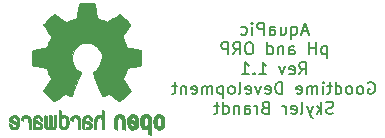
<source format=gbo>
G04 #@! TF.GenerationSoftware,KiCad,Pcbnew,5.0.0-fee4fd1~66~ubuntu18.04.1*
G04 #@! TF.CreationDate,2018-09-30T17:11:51-04:00*
G04 #@! TF.ProjectId,pH-ORP-Card,70482D4F52502D436172642E6B696361,rev?*
G04 #@! TF.SameCoordinates,Original*
G04 #@! TF.FileFunction,Legend,Bot*
G04 #@! TF.FilePolarity,Positive*
%FSLAX46Y46*%
G04 Gerber Fmt 4.6, Leading zero omitted, Abs format (unit mm)*
G04 Created by KiCad (PCBNEW 5.0.0-fee4fd1~66~ubuntu18.04.1) date Sun Sep 30 17:11:51 2018*
%MOMM*%
%LPD*%
G01*
G04 APERTURE LIST*
%ADD10C,0.152400*%
%ADD11C,0.010000*%
G04 APERTURE END LIST*
D10*
X72656095Y28583466D02*
X72172285Y28583466D01*
X72752857Y28293180D02*
X72414190Y29309180D01*
X72075523Y28293180D01*
X71301428Y28970514D02*
X71301428Y27954514D01*
X71301428Y28341561D02*
X71398190Y28293180D01*
X71591714Y28293180D01*
X71688476Y28341561D01*
X71736857Y28389942D01*
X71785238Y28486704D01*
X71785238Y28776990D01*
X71736857Y28873752D01*
X71688476Y28922133D01*
X71591714Y28970514D01*
X71398190Y28970514D01*
X71301428Y28922133D01*
X70382190Y28970514D02*
X70382190Y28293180D01*
X70817619Y28970514D02*
X70817619Y28438323D01*
X70769238Y28341561D01*
X70672476Y28293180D01*
X70527333Y28293180D01*
X70430571Y28341561D01*
X70382190Y28389942D01*
X69462952Y28293180D02*
X69462952Y28825371D01*
X69511333Y28922133D01*
X69608095Y28970514D01*
X69801619Y28970514D01*
X69898380Y28922133D01*
X69462952Y28341561D02*
X69559714Y28293180D01*
X69801619Y28293180D01*
X69898380Y28341561D01*
X69946761Y28438323D01*
X69946761Y28535085D01*
X69898380Y28631847D01*
X69801619Y28680228D01*
X69559714Y28680228D01*
X69462952Y28728609D01*
X68979142Y28293180D02*
X68979142Y29309180D01*
X68592095Y29309180D01*
X68495333Y29260800D01*
X68446952Y29212419D01*
X68398571Y29115657D01*
X68398571Y28970514D01*
X68446952Y28873752D01*
X68495333Y28825371D01*
X68592095Y28776990D01*
X68979142Y28776990D01*
X67963142Y28293180D02*
X67963142Y28970514D01*
X67963142Y29309180D02*
X68011523Y29260800D01*
X67963142Y29212419D01*
X67914761Y29260800D01*
X67963142Y29309180D01*
X67963142Y29212419D01*
X67043904Y28341561D02*
X67140666Y28293180D01*
X67334190Y28293180D01*
X67430952Y28341561D01*
X67479333Y28389942D01*
X67527714Y28486704D01*
X67527714Y28776990D01*
X67479333Y28873752D01*
X67430952Y28922133D01*
X67334190Y28970514D01*
X67140666Y28970514D01*
X67043904Y28922133D01*
X74301047Y27294114D02*
X74301047Y26278114D01*
X74301047Y27245733D02*
X74204285Y27294114D01*
X74010761Y27294114D01*
X73914000Y27245733D01*
X73865619Y27197352D01*
X73817238Y27100590D01*
X73817238Y26810304D01*
X73865619Y26713542D01*
X73914000Y26665161D01*
X74010761Y26616780D01*
X74204285Y26616780D01*
X74301047Y26665161D01*
X73381809Y26616780D02*
X73381809Y27632780D01*
X73381809Y27148971D02*
X72801238Y27148971D01*
X72801238Y26616780D02*
X72801238Y27632780D01*
X71107904Y26616780D02*
X71107904Y27148971D01*
X71156285Y27245733D01*
X71253047Y27294114D01*
X71446571Y27294114D01*
X71543333Y27245733D01*
X71107904Y26665161D02*
X71204666Y26616780D01*
X71446571Y26616780D01*
X71543333Y26665161D01*
X71591714Y26761923D01*
X71591714Y26858685D01*
X71543333Y26955447D01*
X71446571Y27003828D01*
X71204666Y27003828D01*
X71107904Y27052209D01*
X70624095Y27294114D02*
X70624095Y26616780D01*
X70624095Y27197352D02*
X70575714Y27245733D01*
X70478952Y27294114D01*
X70333809Y27294114D01*
X70237047Y27245733D01*
X70188666Y27148971D01*
X70188666Y26616780D01*
X69269428Y26616780D02*
X69269428Y27632780D01*
X69269428Y26665161D02*
X69366190Y26616780D01*
X69559714Y26616780D01*
X69656476Y26665161D01*
X69704857Y26713542D01*
X69753238Y26810304D01*
X69753238Y27100590D01*
X69704857Y27197352D01*
X69656476Y27245733D01*
X69559714Y27294114D01*
X69366190Y27294114D01*
X69269428Y27245733D01*
X67818000Y27632780D02*
X67624476Y27632780D01*
X67527714Y27584400D01*
X67430952Y27487638D01*
X67382571Y27294114D01*
X67382571Y26955447D01*
X67430952Y26761923D01*
X67527714Y26665161D01*
X67624476Y26616780D01*
X67818000Y26616780D01*
X67914761Y26665161D01*
X68011523Y26761923D01*
X68059904Y26955447D01*
X68059904Y27294114D01*
X68011523Y27487638D01*
X67914761Y27584400D01*
X67818000Y27632780D01*
X66366571Y26616780D02*
X66705238Y27100590D01*
X66947142Y26616780D02*
X66947142Y27632780D01*
X66560095Y27632780D01*
X66463333Y27584400D01*
X66414952Y27536019D01*
X66366571Y27439257D01*
X66366571Y27294114D01*
X66414952Y27197352D01*
X66463333Y27148971D01*
X66560095Y27100590D01*
X66947142Y27100590D01*
X65931142Y26616780D02*
X65931142Y27632780D01*
X65544095Y27632780D01*
X65447333Y27584400D01*
X65398952Y27536019D01*
X65350571Y27439257D01*
X65350571Y27294114D01*
X65398952Y27197352D01*
X65447333Y27148971D01*
X65544095Y27100590D01*
X65931142Y27100590D01*
X71954571Y24940380D02*
X72293238Y25424190D01*
X72535142Y24940380D02*
X72535142Y25956380D01*
X72148095Y25956380D01*
X72051333Y25908000D01*
X72002952Y25859619D01*
X71954571Y25762857D01*
X71954571Y25617714D01*
X72002952Y25520952D01*
X72051333Y25472571D01*
X72148095Y25424190D01*
X72535142Y25424190D01*
X71132095Y24988761D02*
X71228857Y24940380D01*
X71422380Y24940380D01*
X71519142Y24988761D01*
X71567523Y25085523D01*
X71567523Y25472571D01*
X71519142Y25569333D01*
X71422380Y25617714D01*
X71228857Y25617714D01*
X71132095Y25569333D01*
X71083714Y25472571D01*
X71083714Y25375809D01*
X71567523Y25279047D01*
X70745047Y25617714D02*
X70503142Y24940380D01*
X70261238Y25617714D01*
X68567904Y24940380D02*
X69148476Y24940380D01*
X68858190Y24940380D02*
X68858190Y25956380D01*
X68954952Y25811238D01*
X69051714Y25714476D01*
X69148476Y25666095D01*
X68132476Y25037142D02*
X68084095Y24988761D01*
X68132476Y24940380D01*
X68180857Y24988761D01*
X68132476Y25037142D01*
X68132476Y24940380D01*
X67116476Y24940380D02*
X67697047Y24940380D01*
X67406761Y24940380D02*
X67406761Y25956380D01*
X67503523Y25811238D01*
X67600285Y25714476D01*
X67697047Y25666095D01*
X77808666Y24231600D02*
X77905428Y24279980D01*
X78050571Y24279980D01*
X78195714Y24231600D01*
X78292476Y24134838D01*
X78340857Y24038076D01*
X78389238Y23844552D01*
X78389238Y23699409D01*
X78340857Y23505885D01*
X78292476Y23409123D01*
X78195714Y23312361D01*
X78050571Y23263980D01*
X77953809Y23263980D01*
X77808666Y23312361D01*
X77760285Y23360742D01*
X77760285Y23699409D01*
X77953809Y23699409D01*
X77179714Y23263980D02*
X77276476Y23312361D01*
X77324857Y23360742D01*
X77373238Y23457504D01*
X77373238Y23747790D01*
X77324857Y23844552D01*
X77276476Y23892933D01*
X77179714Y23941314D01*
X77034571Y23941314D01*
X76937809Y23892933D01*
X76889428Y23844552D01*
X76841047Y23747790D01*
X76841047Y23457504D01*
X76889428Y23360742D01*
X76937809Y23312361D01*
X77034571Y23263980D01*
X77179714Y23263980D01*
X76260476Y23263980D02*
X76357238Y23312361D01*
X76405619Y23360742D01*
X76454000Y23457504D01*
X76454000Y23747790D01*
X76405619Y23844552D01*
X76357238Y23892933D01*
X76260476Y23941314D01*
X76115333Y23941314D01*
X76018571Y23892933D01*
X75970190Y23844552D01*
X75921809Y23747790D01*
X75921809Y23457504D01*
X75970190Y23360742D01*
X76018571Y23312361D01*
X76115333Y23263980D01*
X76260476Y23263980D01*
X75050952Y23263980D02*
X75050952Y24279980D01*
X75050952Y23312361D02*
X75147714Y23263980D01*
X75341238Y23263980D01*
X75438000Y23312361D01*
X75486380Y23360742D01*
X75534761Y23457504D01*
X75534761Y23747790D01*
X75486380Y23844552D01*
X75438000Y23892933D01*
X75341238Y23941314D01*
X75147714Y23941314D01*
X75050952Y23892933D01*
X74712285Y23941314D02*
X74325238Y23941314D01*
X74567142Y24279980D02*
X74567142Y23409123D01*
X74518761Y23312361D01*
X74422000Y23263980D01*
X74325238Y23263980D01*
X73986571Y23263980D02*
X73986571Y23941314D01*
X73986571Y24279980D02*
X74034952Y24231600D01*
X73986571Y24183219D01*
X73938190Y24231600D01*
X73986571Y24279980D01*
X73986571Y24183219D01*
X73502761Y23263980D02*
X73502761Y23941314D01*
X73502761Y23844552D02*
X73454380Y23892933D01*
X73357619Y23941314D01*
X73212476Y23941314D01*
X73115714Y23892933D01*
X73067333Y23796171D01*
X73067333Y23263980D01*
X73067333Y23796171D02*
X73018952Y23892933D01*
X72922190Y23941314D01*
X72777047Y23941314D01*
X72680285Y23892933D01*
X72631904Y23796171D01*
X72631904Y23263980D01*
X71761047Y23312361D02*
X71857809Y23263980D01*
X72051333Y23263980D01*
X72148095Y23312361D01*
X72196476Y23409123D01*
X72196476Y23796171D01*
X72148095Y23892933D01*
X72051333Y23941314D01*
X71857809Y23941314D01*
X71761047Y23892933D01*
X71712666Y23796171D01*
X71712666Y23699409D01*
X72196476Y23602647D01*
X70503142Y23263980D02*
X70503142Y24279980D01*
X70261238Y24279980D01*
X70116095Y24231600D01*
X70019333Y24134838D01*
X69970952Y24038076D01*
X69922571Y23844552D01*
X69922571Y23699409D01*
X69970952Y23505885D01*
X70019333Y23409123D01*
X70116095Y23312361D01*
X70261238Y23263980D01*
X70503142Y23263980D01*
X69100095Y23312361D02*
X69196857Y23263980D01*
X69390380Y23263980D01*
X69487142Y23312361D01*
X69535523Y23409123D01*
X69535523Y23796171D01*
X69487142Y23892933D01*
X69390380Y23941314D01*
X69196857Y23941314D01*
X69100095Y23892933D01*
X69051714Y23796171D01*
X69051714Y23699409D01*
X69535523Y23602647D01*
X68713047Y23941314D02*
X68471142Y23263980D01*
X68229238Y23941314D01*
X67455142Y23312361D02*
X67551904Y23263980D01*
X67745428Y23263980D01*
X67842190Y23312361D01*
X67890571Y23409123D01*
X67890571Y23796171D01*
X67842190Y23892933D01*
X67745428Y23941314D01*
X67551904Y23941314D01*
X67455142Y23892933D01*
X67406761Y23796171D01*
X67406761Y23699409D01*
X67890571Y23602647D01*
X66826190Y23263980D02*
X66922952Y23312361D01*
X66971333Y23409123D01*
X66971333Y24279980D01*
X66294000Y23263980D02*
X66390761Y23312361D01*
X66439142Y23360742D01*
X66487523Y23457504D01*
X66487523Y23747790D01*
X66439142Y23844552D01*
X66390761Y23892933D01*
X66294000Y23941314D01*
X66148857Y23941314D01*
X66052095Y23892933D01*
X66003714Y23844552D01*
X65955333Y23747790D01*
X65955333Y23457504D01*
X66003714Y23360742D01*
X66052095Y23312361D01*
X66148857Y23263980D01*
X66294000Y23263980D01*
X65519904Y23941314D02*
X65519904Y22925314D01*
X65519904Y23892933D02*
X65423142Y23941314D01*
X65229619Y23941314D01*
X65132857Y23892933D01*
X65084476Y23844552D01*
X65036095Y23747790D01*
X65036095Y23457504D01*
X65084476Y23360742D01*
X65132857Y23312361D01*
X65229619Y23263980D01*
X65423142Y23263980D01*
X65519904Y23312361D01*
X64600666Y23263980D02*
X64600666Y23941314D01*
X64600666Y23844552D02*
X64552285Y23892933D01*
X64455523Y23941314D01*
X64310380Y23941314D01*
X64213619Y23892933D01*
X64165238Y23796171D01*
X64165238Y23263980D01*
X64165238Y23796171D02*
X64116857Y23892933D01*
X64020095Y23941314D01*
X63874952Y23941314D01*
X63778190Y23892933D01*
X63729809Y23796171D01*
X63729809Y23263980D01*
X62858952Y23312361D02*
X62955714Y23263980D01*
X63149238Y23263980D01*
X63246000Y23312361D01*
X63294380Y23409123D01*
X63294380Y23796171D01*
X63246000Y23892933D01*
X63149238Y23941314D01*
X62955714Y23941314D01*
X62858952Y23892933D01*
X62810571Y23796171D01*
X62810571Y23699409D01*
X63294380Y23602647D01*
X62375142Y23941314D02*
X62375142Y23263980D01*
X62375142Y23844552D02*
X62326761Y23892933D01*
X62230000Y23941314D01*
X62084857Y23941314D01*
X61988095Y23892933D01*
X61939714Y23796171D01*
X61939714Y23263980D01*
X61601047Y23941314D02*
X61214000Y23941314D01*
X61455904Y24279980D02*
X61455904Y23409123D01*
X61407523Y23312361D01*
X61310761Y23263980D01*
X61214000Y23263980D01*
X74833238Y21635961D02*
X74688095Y21587580D01*
X74446190Y21587580D01*
X74349428Y21635961D01*
X74301047Y21684342D01*
X74252666Y21781104D01*
X74252666Y21877866D01*
X74301047Y21974628D01*
X74349428Y22023009D01*
X74446190Y22071390D01*
X74639714Y22119771D01*
X74736476Y22168152D01*
X74784857Y22216533D01*
X74833238Y22313295D01*
X74833238Y22410057D01*
X74784857Y22506819D01*
X74736476Y22555200D01*
X74639714Y22603580D01*
X74397809Y22603580D01*
X74252666Y22555200D01*
X73817238Y21587580D02*
X73817238Y22603580D01*
X73720476Y21974628D02*
X73430190Y21587580D01*
X73430190Y22264914D02*
X73817238Y21877866D01*
X73091523Y22264914D02*
X72849619Y21587580D01*
X72607714Y22264914D02*
X72849619Y21587580D01*
X72946380Y21345676D01*
X72994761Y21297295D01*
X73091523Y21248914D01*
X72075523Y21587580D02*
X72172285Y21635961D01*
X72220666Y21732723D01*
X72220666Y22603580D01*
X71301428Y21635961D02*
X71398190Y21587580D01*
X71591714Y21587580D01*
X71688476Y21635961D01*
X71736857Y21732723D01*
X71736857Y22119771D01*
X71688476Y22216533D01*
X71591714Y22264914D01*
X71398190Y22264914D01*
X71301428Y22216533D01*
X71253047Y22119771D01*
X71253047Y22023009D01*
X71736857Y21926247D01*
X70817619Y21587580D02*
X70817619Y22264914D01*
X70817619Y22071390D02*
X70769238Y22168152D01*
X70720857Y22216533D01*
X70624095Y22264914D01*
X70527333Y22264914D01*
X69075904Y22119771D02*
X68930761Y22071390D01*
X68882380Y22023009D01*
X68834000Y21926247D01*
X68834000Y21781104D01*
X68882380Y21684342D01*
X68930761Y21635961D01*
X69027523Y21587580D01*
X69414571Y21587580D01*
X69414571Y22603580D01*
X69075904Y22603580D01*
X68979142Y22555200D01*
X68930761Y22506819D01*
X68882380Y22410057D01*
X68882380Y22313295D01*
X68930761Y22216533D01*
X68979142Y22168152D01*
X69075904Y22119771D01*
X69414571Y22119771D01*
X68398571Y21587580D02*
X68398571Y22264914D01*
X68398571Y22071390D02*
X68350190Y22168152D01*
X68301809Y22216533D01*
X68205047Y22264914D01*
X68108285Y22264914D01*
X67334190Y21587580D02*
X67334190Y22119771D01*
X67382571Y22216533D01*
X67479333Y22264914D01*
X67672857Y22264914D01*
X67769619Y22216533D01*
X67334190Y21635961D02*
X67430952Y21587580D01*
X67672857Y21587580D01*
X67769619Y21635961D01*
X67818000Y21732723D01*
X67818000Y21829485D01*
X67769619Y21926247D01*
X67672857Y21974628D01*
X67430952Y21974628D01*
X67334190Y22023009D01*
X66850380Y22264914D02*
X66850380Y21587580D01*
X66850380Y22168152D02*
X66802000Y22216533D01*
X66705238Y22264914D01*
X66560095Y22264914D01*
X66463333Y22216533D01*
X66414952Y22119771D01*
X66414952Y21587580D01*
X65495714Y21587580D02*
X65495714Y22603580D01*
X65495714Y21635961D02*
X65592476Y21587580D01*
X65786000Y21587580D01*
X65882761Y21635961D01*
X65931142Y21684342D01*
X65979523Y21781104D01*
X65979523Y22071390D01*
X65931142Y22168152D01*
X65882761Y22216533D01*
X65786000Y22264914D01*
X65592476Y22264914D01*
X65495714Y22216533D01*
X65157047Y22264914D02*
X64770000Y22264914D01*
X65011904Y22603580D02*
X65011904Y21732723D01*
X64963523Y21635961D01*
X64866761Y21587580D01*
X64770000Y21587580D01*
D11*
G04 #@! TO.C,REF\002A\002A\002A*
G36*
X58803100Y21538097D02*
X58691550Y21482478D01*
X58593092Y21380069D01*
X58565977Y21342136D01*
X58536438Y21292500D01*
X58517272Y21238588D01*
X58506307Y21166636D01*
X58501371Y21062878D01*
X58500287Y20925899D01*
X58505182Y20738185D01*
X58522196Y20597242D01*
X58554823Y20492092D01*
X58606558Y20411757D01*
X58680896Y20345259D01*
X58686358Y20341322D01*
X58759620Y20301047D01*
X58847840Y20281120D01*
X58960038Y20276207D01*
X59142433Y20276207D01*
X59142509Y20099143D01*
X59144207Y20000530D01*
X59154550Y19942686D01*
X59181578Y19907994D01*
X59233332Y19878836D01*
X59245761Y19872879D01*
X59303923Y19844961D01*
X59348956Y19827328D01*
X59382441Y19825806D01*
X59405962Y19846219D01*
X59421100Y19894393D01*
X59429437Y19976154D01*
X59432556Y20097328D01*
X59432040Y20263740D01*
X59429471Y20481215D01*
X59428668Y20546264D01*
X59425778Y20770498D01*
X59423188Y20917179D01*
X59142586Y20917179D01*
X59141009Y20792674D01*
X59134000Y20711213D01*
X59118142Y20657485D01*
X59090019Y20616177D01*
X59070925Y20596029D01*
X58992865Y20537079D01*
X58923753Y20532280D01*
X58852440Y20580962D01*
X58850632Y20582759D01*
X58821617Y20620382D01*
X58803967Y20671516D01*
X58795064Y20750262D01*
X58792291Y20870724D01*
X58792241Y20897412D01*
X58798942Y21063417D01*
X58820752Y21178495D01*
X58860235Y21248746D01*
X58919956Y21280271D01*
X58954472Y21283448D01*
X59036389Y21268540D01*
X59092579Y21219452D01*
X59126402Y21129638D01*
X59141220Y20992555D01*
X59142586Y20917179D01*
X59423188Y20917179D01*
X59422713Y20944048D01*
X59418753Y21074618D01*
X59413174Y21169913D01*
X59405254Y21237636D01*
X59394269Y21285493D01*
X59379499Y21321187D01*
X59360218Y21352422D01*
X59351951Y21364176D01*
X59242288Y21475203D01*
X59103635Y21538153D01*
X58943246Y21555703D01*
X58803100Y21538097D01*
X58803100Y21538097D01*
G37*
X58803100Y21538097D02*
X58691550Y21482478D01*
X58593092Y21380069D01*
X58565977Y21342136D01*
X58536438Y21292500D01*
X58517272Y21238588D01*
X58506307Y21166636D01*
X58501371Y21062878D01*
X58500287Y20925899D01*
X58505182Y20738185D01*
X58522196Y20597242D01*
X58554823Y20492092D01*
X58606558Y20411757D01*
X58680896Y20345259D01*
X58686358Y20341322D01*
X58759620Y20301047D01*
X58847840Y20281120D01*
X58960038Y20276207D01*
X59142433Y20276207D01*
X59142509Y20099143D01*
X59144207Y20000530D01*
X59154550Y19942686D01*
X59181578Y19907994D01*
X59233332Y19878836D01*
X59245761Y19872879D01*
X59303923Y19844961D01*
X59348956Y19827328D01*
X59382441Y19825806D01*
X59405962Y19846219D01*
X59421100Y19894393D01*
X59429437Y19976154D01*
X59432556Y20097328D01*
X59432040Y20263740D01*
X59429471Y20481215D01*
X59428668Y20546264D01*
X59425778Y20770498D01*
X59423188Y20917179D01*
X59142586Y20917179D01*
X59141009Y20792674D01*
X59134000Y20711213D01*
X59118142Y20657485D01*
X59090019Y20616177D01*
X59070925Y20596029D01*
X58992865Y20537079D01*
X58923753Y20532280D01*
X58852440Y20580962D01*
X58850632Y20582759D01*
X58821617Y20620382D01*
X58803967Y20671516D01*
X58795064Y20750262D01*
X58792291Y20870724D01*
X58792241Y20897412D01*
X58798942Y21063417D01*
X58820752Y21178495D01*
X58860235Y21248746D01*
X58919956Y21280271D01*
X58954472Y21283448D01*
X59036389Y21268540D01*
X59092579Y21219452D01*
X59126402Y21129638D01*
X59141220Y20992555D01*
X59142586Y20917179D01*
X59423188Y20917179D01*
X59422713Y20944048D01*
X59418753Y21074618D01*
X59413174Y21169913D01*
X59405254Y21237636D01*
X59394269Y21285493D01*
X59379499Y21321187D01*
X59360218Y21352422D01*
X59351951Y21364176D01*
X59242288Y21475203D01*
X59103635Y21538153D01*
X58943246Y21555703D01*
X58803100Y21538097D01*
G36*
X56557571Y21522281D02*
X56463877Y21468086D01*
X56398736Y21414293D01*
X56351093Y21357934D01*
X56318272Y21289013D01*
X56297594Y21197532D01*
X56286380Y21073494D01*
X56281951Y20906902D01*
X56281437Y20787149D01*
X56281437Y20346341D01*
X56405517Y20290717D01*
X56529598Y20235093D01*
X56544195Y20717905D01*
X56550227Y20898221D01*
X56556555Y21029099D01*
X56564394Y21119489D01*
X56574963Y21178336D01*
X56589477Y21214587D01*
X56609152Y21237190D01*
X56615465Y21242083D01*
X56711112Y21280294D01*
X56807793Y21265173D01*
X56865345Y21225057D01*
X56888755Y21196630D01*
X56904961Y21159328D01*
X56915259Y21102777D01*
X56920951Y21016606D01*
X56923336Y20890442D01*
X56923736Y20758958D01*
X56923814Y20594001D01*
X56926639Y20477239D01*
X56936093Y20398490D01*
X56956060Y20347569D01*
X56990424Y20314294D01*
X57043068Y20288480D01*
X57113383Y20261656D01*
X57190180Y20232458D01*
X57181038Y20750654D01*
X57177357Y20937461D01*
X57173050Y21075510D01*
X57166877Y21174432D01*
X57157598Y21243855D01*
X57143973Y21293410D01*
X57124761Y21332727D01*
X57101598Y21367416D01*
X56989848Y21478230D01*
X56853487Y21542311D01*
X56705175Y21557661D01*
X56557571Y21522281D01*
X56557571Y21522281D01*
G37*
X56557571Y21522281D02*
X56463877Y21468086D01*
X56398736Y21414293D01*
X56351093Y21357934D01*
X56318272Y21289013D01*
X56297594Y21197532D01*
X56286380Y21073494D01*
X56281951Y20906902D01*
X56281437Y20787149D01*
X56281437Y20346341D01*
X56405517Y20290717D01*
X56529598Y20235093D01*
X56544195Y20717905D01*
X56550227Y20898221D01*
X56556555Y21029099D01*
X56564394Y21119489D01*
X56574963Y21178336D01*
X56589477Y21214587D01*
X56609152Y21237190D01*
X56615465Y21242083D01*
X56711112Y21280294D01*
X56807793Y21265173D01*
X56865345Y21225057D01*
X56888755Y21196630D01*
X56904961Y21159328D01*
X56915259Y21102777D01*
X56920951Y21016606D01*
X56923336Y20890442D01*
X56923736Y20758958D01*
X56923814Y20594001D01*
X56926639Y20477239D01*
X56936093Y20398490D01*
X56956060Y20347569D01*
X56990424Y20314294D01*
X57043068Y20288480D01*
X57113383Y20261656D01*
X57190180Y20232458D01*
X57181038Y20750654D01*
X57177357Y20937461D01*
X57173050Y21075510D01*
X57166877Y21174432D01*
X57157598Y21243855D01*
X57143973Y21293410D01*
X57124761Y21332727D01*
X57101598Y21367416D01*
X56989848Y21478230D01*
X56853487Y21542311D01*
X56705175Y21557661D01*
X56557571Y21522281D01*
G36*
X59926779Y21533985D02*
X59789939Y21462032D01*
X59688949Y21346234D01*
X59653075Y21271787D01*
X59625161Y21160008D01*
X59610871Y21018773D01*
X59609516Y20864629D01*
X59620405Y20714121D01*
X59642847Y20583795D01*
X59676150Y20490197D01*
X59686385Y20474078D01*
X59807618Y20353751D01*
X59951613Y20281683D01*
X60107861Y20260592D01*
X60265852Y20293198D01*
X60309820Y20312747D01*
X60395444Y20372988D01*
X60470592Y20452865D01*
X60477694Y20462996D01*
X60506561Y20511819D01*
X60525643Y20564010D01*
X60536916Y20632715D01*
X60542355Y20731082D01*
X60543938Y20872256D01*
X60543965Y20903908D01*
X60543893Y20913981D01*
X60252011Y20913981D01*
X60250313Y20780744D01*
X60243628Y20692326D01*
X60229575Y20635215D01*
X60205771Y20595898D01*
X60193621Y20582759D01*
X60123764Y20532828D01*
X60055941Y20535105D01*
X59987365Y20578416D01*
X59946465Y20624654D01*
X59922242Y20692143D01*
X59908639Y20798567D01*
X59907706Y20810980D01*
X59905384Y21003853D01*
X59929650Y21147100D01*
X59980176Y21239840D01*
X60056632Y21281193D01*
X60083924Y21283448D01*
X60155589Y21272107D01*
X60204610Y21232816D01*
X60234582Y21157674D01*
X60249101Y21038778D01*
X60252011Y20913981D01*
X60543893Y20913981D01*
X60542878Y21054341D01*
X60538312Y21159451D01*
X60528312Y21232286D01*
X60510921Y21285892D01*
X60484184Y21333319D01*
X60478276Y21342136D01*
X60378968Y21460993D01*
X60270758Y21529992D01*
X60139019Y21557381D01*
X60094283Y21558719D01*
X59926779Y21533985D01*
X59926779Y21533985D01*
G37*
X59926779Y21533985D02*
X59789939Y21462032D01*
X59688949Y21346234D01*
X59653075Y21271787D01*
X59625161Y21160008D01*
X59610871Y21018773D01*
X59609516Y20864629D01*
X59620405Y20714121D01*
X59642847Y20583795D01*
X59676150Y20490197D01*
X59686385Y20474078D01*
X59807618Y20353751D01*
X59951613Y20281683D01*
X60107861Y20260592D01*
X60265852Y20293198D01*
X60309820Y20312747D01*
X60395444Y20372988D01*
X60470592Y20452865D01*
X60477694Y20462996D01*
X60506561Y20511819D01*
X60525643Y20564010D01*
X60536916Y20632715D01*
X60542355Y20731082D01*
X60543938Y20872256D01*
X60543965Y20903908D01*
X60543893Y20913981D01*
X60252011Y20913981D01*
X60250313Y20780744D01*
X60243628Y20692326D01*
X60229575Y20635215D01*
X60205771Y20595898D01*
X60193621Y20582759D01*
X60123764Y20532828D01*
X60055941Y20535105D01*
X59987365Y20578416D01*
X59946465Y20624654D01*
X59922242Y20692143D01*
X59908639Y20798567D01*
X59907706Y20810980D01*
X59905384Y21003853D01*
X59929650Y21147100D01*
X59980176Y21239840D01*
X60056632Y21281193D01*
X60083924Y21283448D01*
X60155589Y21272107D01*
X60204610Y21232816D01*
X60234582Y21157674D01*
X60249101Y21038778D01*
X60252011Y20913981D01*
X60543893Y20913981D01*
X60542878Y21054341D01*
X60538312Y21159451D01*
X60528312Y21232286D01*
X60510921Y21285892D01*
X60484184Y21333319D01*
X60478276Y21342136D01*
X60378968Y21460993D01*
X60270758Y21529992D01*
X60139019Y21557381D01*
X60094283Y21558719D01*
X59926779Y21533985D01*
G36*
X57659448Y21515324D02*
X57544342Y21437889D01*
X57455389Y21326051D01*
X57402251Y21183735D01*
X57391503Y21078985D01*
X57392724Y21035274D01*
X57402944Y21001806D01*
X57431039Y20971821D01*
X57485884Y20938560D01*
X57576355Y20895262D01*
X57711328Y20835167D01*
X57712011Y20834866D01*
X57836249Y20777963D01*
X57938127Y20727435D01*
X58007233Y20688720D01*
X58033154Y20667260D01*
X58033161Y20667087D01*
X58010315Y20620356D01*
X57956891Y20568846D01*
X57895558Y20531739D01*
X57864485Y20524368D01*
X57779711Y20549862D01*
X57706707Y20613709D01*
X57671087Y20683906D01*
X57636820Y20735657D01*
X57569697Y20794591D01*
X57490792Y20845504D01*
X57421179Y20873191D01*
X57406623Y20874713D01*
X57390237Y20849679D01*
X57389250Y20785689D01*
X57401292Y20699407D01*
X57423993Y20607499D01*
X57454986Y20526631D01*
X57456552Y20523491D01*
X57549819Y20393266D01*
X57670696Y20304689D01*
X57807973Y20261214D01*
X57950440Y20266294D01*
X58086888Y20323384D01*
X58092955Y20327398D01*
X58200290Y20424674D01*
X58270868Y20551591D01*
X58309926Y20718474D01*
X58315168Y20765361D01*
X58324452Y20986671D01*
X58313322Y21089876D01*
X58033161Y21089876D01*
X58029521Y21025497D01*
X58009611Y21006709D01*
X57959974Y21020765D01*
X57881733Y21053991D01*
X57794274Y21095641D01*
X57792101Y21096744D01*
X57717970Y21135735D01*
X57688219Y21161756D01*
X57695555Y21189035D01*
X57726447Y21224879D01*
X57805040Y21276749D01*
X57889677Y21280561D01*
X57965597Y21242811D01*
X58018035Y21169999D01*
X58033161Y21089876D01*
X58313322Y21089876D01*
X58305356Y21163739D01*
X58256366Y21304171D01*
X58188164Y21402553D01*
X58065065Y21501970D01*
X57929472Y21551289D01*
X57791045Y21554432D01*
X57659448Y21515324D01*
X57659448Y21515324D01*
G37*
X57659448Y21515324D02*
X57544342Y21437889D01*
X57455389Y21326051D01*
X57402251Y21183735D01*
X57391503Y21078985D01*
X57392724Y21035274D01*
X57402944Y21001806D01*
X57431039Y20971821D01*
X57485884Y20938560D01*
X57576355Y20895262D01*
X57711328Y20835167D01*
X57712011Y20834866D01*
X57836249Y20777963D01*
X57938127Y20727435D01*
X58007233Y20688720D01*
X58033154Y20667260D01*
X58033161Y20667087D01*
X58010315Y20620356D01*
X57956891Y20568846D01*
X57895558Y20531739D01*
X57864485Y20524368D01*
X57779711Y20549862D01*
X57706707Y20613709D01*
X57671087Y20683906D01*
X57636820Y20735657D01*
X57569697Y20794591D01*
X57490792Y20845504D01*
X57421179Y20873191D01*
X57406623Y20874713D01*
X57390237Y20849679D01*
X57389250Y20785689D01*
X57401292Y20699407D01*
X57423993Y20607499D01*
X57454986Y20526631D01*
X57456552Y20523491D01*
X57549819Y20393266D01*
X57670696Y20304689D01*
X57807973Y20261214D01*
X57950440Y20266294D01*
X58086888Y20323384D01*
X58092955Y20327398D01*
X58200290Y20424674D01*
X58270868Y20551591D01*
X58309926Y20718474D01*
X58315168Y20765361D01*
X58324452Y20986671D01*
X58313322Y21089876D01*
X58033161Y21089876D01*
X58029521Y21025497D01*
X58009611Y21006709D01*
X57959974Y21020765D01*
X57881733Y21053991D01*
X57794274Y21095641D01*
X57792101Y21096744D01*
X57717970Y21135735D01*
X57688219Y21161756D01*
X57695555Y21189035D01*
X57726447Y21224879D01*
X57805040Y21276749D01*
X57889677Y21280561D01*
X57965597Y21242811D01*
X58018035Y21169999D01*
X58033161Y21089876D01*
X58313322Y21089876D01*
X58305356Y21163739D01*
X58256366Y21304171D01*
X58188164Y21402553D01*
X58065065Y21501970D01*
X57929472Y21551289D01*
X57791045Y21554432D01*
X57659448Y21515324D01*
G36*
X55230402Y21676143D02*
X55221846Y21556812D01*
X55212019Y21486494D01*
X55198401Y21455821D01*
X55178473Y21455429D01*
X55172011Y21459090D01*
X55086060Y21485602D01*
X54974255Y21484054D01*
X54860586Y21456801D01*
X54789490Y21421545D01*
X54716595Y21365222D01*
X54663307Y21301481D01*
X54626725Y21220490D01*
X54603950Y21112414D01*
X54592081Y20967420D01*
X54588218Y20775674D01*
X54588149Y20738891D01*
X54588103Y20325712D01*
X54680046Y20293661D01*
X54745348Y20271856D01*
X54781176Y20261703D01*
X54782230Y20261609D01*
X54785758Y20289140D01*
X54788761Y20365077D01*
X54791010Y20479435D01*
X54792276Y20622231D01*
X54792471Y20709049D01*
X54792877Y20880227D01*
X54794968Y21002912D01*
X54800053Y21087000D01*
X54809440Y21142386D01*
X54824439Y21178968D01*
X54846358Y21206641D01*
X54860043Y21219968D01*
X54954051Y21273672D01*
X55056636Y21277693D01*
X55149710Y21232275D01*
X55166922Y21215877D01*
X55192168Y21185043D01*
X55209680Y21148469D01*
X55220858Y21095585D01*
X55227104Y21015823D01*
X55229818Y20898615D01*
X55230402Y20737009D01*
X55230402Y20325712D01*
X55322345Y20293661D01*
X55387647Y20271856D01*
X55423475Y20261703D01*
X55424529Y20261609D01*
X55427225Y20289552D01*
X55429655Y20368370D01*
X55431722Y20490547D01*
X55433329Y20648568D01*
X55434377Y20834917D01*
X55434769Y21042080D01*
X55434770Y21051294D01*
X55434770Y21840980D01*
X55339885Y21881003D01*
X55245000Y21921027D01*
X55230402Y21676143D01*
X55230402Y21676143D01*
G37*
X55230402Y21676143D02*
X55221846Y21556812D01*
X55212019Y21486494D01*
X55198401Y21455821D01*
X55178473Y21455429D01*
X55172011Y21459090D01*
X55086060Y21485602D01*
X54974255Y21484054D01*
X54860586Y21456801D01*
X54789490Y21421545D01*
X54716595Y21365222D01*
X54663307Y21301481D01*
X54626725Y21220490D01*
X54603950Y21112414D01*
X54592081Y20967420D01*
X54588218Y20775674D01*
X54588149Y20738891D01*
X54588103Y20325712D01*
X54680046Y20293661D01*
X54745348Y20271856D01*
X54781176Y20261703D01*
X54782230Y20261609D01*
X54785758Y20289140D01*
X54788761Y20365077D01*
X54791010Y20479435D01*
X54792276Y20622231D01*
X54792471Y20709049D01*
X54792877Y20880227D01*
X54794968Y21002912D01*
X54800053Y21087000D01*
X54809440Y21142386D01*
X54824439Y21178968D01*
X54846358Y21206641D01*
X54860043Y21219968D01*
X54954051Y21273672D01*
X55056636Y21277693D01*
X55149710Y21232275D01*
X55166922Y21215877D01*
X55192168Y21185043D01*
X55209680Y21148469D01*
X55220858Y21095585D01*
X55227104Y21015823D01*
X55229818Y20898615D01*
X55230402Y20737009D01*
X55230402Y20325712D01*
X55322345Y20293661D01*
X55387647Y20271856D01*
X55423475Y20261703D01*
X55424529Y20261609D01*
X55427225Y20289552D01*
X55429655Y20368370D01*
X55431722Y20490547D01*
X55433329Y20648568D01*
X55434377Y20834917D01*
X55434769Y21042080D01*
X55434770Y21051294D01*
X55434770Y21840980D01*
X55339885Y21881003D01*
X55245000Y21921027D01*
X55230402Y21676143D01*
G36*
X53895056Y21475640D02*
X53780657Y21433158D01*
X53779348Y21432342D01*
X53708597Y21380270D01*
X53656364Y21319416D01*
X53619629Y21240113D01*
X53595366Y21132691D01*
X53580555Y20987483D01*
X53572171Y20794821D01*
X53571436Y20767372D01*
X53560880Y20353479D01*
X53649709Y20307544D01*
X53713982Y20276502D01*
X53752790Y20261794D01*
X53754585Y20261609D01*
X53761300Y20288750D01*
X53766635Y20361959D01*
X53769917Y20468919D01*
X53770632Y20555531D01*
X53770649Y20695838D01*
X53777063Y20783949D01*
X53799420Y20825975D01*
X53847268Y20828025D01*
X53930151Y20796210D01*
X54055287Y20737728D01*
X54147303Y20689155D01*
X54194629Y20647014D01*
X54208542Y20601084D01*
X54208563Y20598811D01*
X54185605Y20519689D01*
X54117630Y20476945D01*
X54013602Y20470754D01*
X53938670Y20471828D01*
X53899161Y20450247D01*
X53874522Y20398409D01*
X53860341Y20332368D01*
X53880777Y20294896D01*
X53888472Y20289533D01*
X53960917Y20267994D01*
X54062367Y20264945D01*
X54166843Y20279222D01*
X54240875Y20305312D01*
X54343228Y20392215D01*
X54401409Y20513184D01*
X54412931Y20607692D01*
X54404138Y20692938D01*
X54372320Y20762524D01*
X54309316Y20824328D01*
X54206969Y20886228D01*
X54057118Y20956103D01*
X54047988Y20960052D01*
X53913003Y21022412D01*
X53829706Y21073554D01*
X53794003Y21119512D01*
X53801797Y21166317D01*
X53848993Y21220002D01*
X53863106Y21232356D01*
X53957641Y21280259D01*
X54055594Y21278242D01*
X54140903Y21231276D01*
X54197504Y21144331D01*
X54202763Y21127266D01*
X54253977Y21044496D01*
X54318963Y21004628D01*
X54412931Y20965118D01*
X54412931Y21067342D01*
X54384347Y21215928D01*
X54299505Y21352216D01*
X54255355Y21397809D01*
X54154995Y21456326D01*
X54027365Y21482816D01*
X53895056Y21475640D01*
X53895056Y21475640D01*
G37*
X53895056Y21475640D02*
X53780657Y21433158D01*
X53779348Y21432342D01*
X53708597Y21380270D01*
X53656364Y21319416D01*
X53619629Y21240113D01*
X53595366Y21132691D01*
X53580555Y20987483D01*
X53572171Y20794821D01*
X53571436Y20767372D01*
X53560880Y20353479D01*
X53649709Y20307544D01*
X53713982Y20276502D01*
X53752790Y20261794D01*
X53754585Y20261609D01*
X53761300Y20288750D01*
X53766635Y20361959D01*
X53769917Y20468919D01*
X53770632Y20555531D01*
X53770649Y20695838D01*
X53777063Y20783949D01*
X53799420Y20825975D01*
X53847268Y20828025D01*
X53930151Y20796210D01*
X54055287Y20737728D01*
X54147303Y20689155D01*
X54194629Y20647014D01*
X54208542Y20601084D01*
X54208563Y20598811D01*
X54185605Y20519689D01*
X54117630Y20476945D01*
X54013602Y20470754D01*
X53938670Y20471828D01*
X53899161Y20450247D01*
X53874522Y20398409D01*
X53860341Y20332368D01*
X53880777Y20294896D01*
X53888472Y20289533D01*
X53960917Y20267994D01*
X54062367Y20264945D01*
X54166843Y20279222D01*
X54240875Y20305312D01*
X54343228Y20392215D01*
X54401409Y20513184D01*
X54412931Y20607692D01*
X54404138Y20692938D01*
X54372320Y20762524D01*
X54309316Y20824328D01*
X54206969Y20886228D01*
X54057118Y20956103D01*
X54047988Y20960052D01*
X53913003Y21022412D01*
X53829706Y21073554D01*
X53794003Y21119512D01*
X53801797Y21166317D01*
X53848993Y21220002D01*
X53863106Y21232356D01*
X53957641Y21280259D01*
X54055594Y21278242D01*
X54140903Y21231276D01*
X54197504Y21144331D01*
X54202763Y21127266D01*
X54253977Y21044496D01*
X54318963Y21004628D01*
X54412931Y20965118D01*
X54412931Y21067342D01*
X54384347Y21215928D01*
X54299505Y21352216D01*
X54255355Y21397809D01*
X54154995Y21456326D01*
X54027365Y21482816D01*
X53895056Y21475640D01*
G36*
X52909057Y21478080D02*
X52776435Y21429141D01*
X52668990Y21342581D01*
X52626968Y21281648D01*
X52581157Y21169839D01*
X52582109Y21088994D01*
X52630192Y21034622D01*
X52647983Y21025376D01*
X52724796Y20996550D01*
X52764024Y21003935D01*
X52777311Y21052342D01*
X52777988Y21079080D01*
X52802314Y21177452D01*
X52865719Y21246266D01*
X52953846Y21279502D01*
X53052337Y21271139D01*
X53132398Y21227704D01*
X53159439Y21202928D01*
X53178606Y21172871D01*
X53191554Y21127435D01*
X53199936Y21056524D01*
X53205407Y20950040D01*
X53209622Y20797888D01*
X53210713Y20749713D01*
X53214693Y20584905D01*
X53219219Y20468912D01*
X53226005Y20392167D01*
X53236769Y20345107D01*
X53253227Y20318165D01*
X53277094Y20301777D01*
X53292374Y20294537D01*
X53357267Y20269780D01*
X53395466Y20261609D01*
X53408088Y20288897D01*
X53415792Y20371397D01*
X53418620Y20510059D01*
X53416614Y20705838D01*
X53415989Y20736035D01*
X53411579Y20914651D01*
X53406365Y21045077D01*
X53398945Y21137508D01*
X53387918Y21202142D01*
X53371883Y21249175D01*
X53349439Y21288804D01*
X53337698Y21305785D01*
X53270381Y21380920D01*
X53195090Y21439362D01*
X53185872Y21444464D01*
X53050867Y21484740D01*
X52909057Y21478080D01*
X52909057Y21478080D01*
G37*
X52909057Y21478080D02*
X52776435Y21429141D01*
X52668990Y21342581D01*
X52626968Y21281648D01*
X52581157Y21169839D01*
X52582109Y21088994D01*
X52630192Y21034622D01*
X52647983Y21025376D01*
X52724796Y20996550D01*
X52764024Y21003935D01*
X52777311Y21052342D01*
X52777988Y21079080D01*
X52802314Y21177452D01*
X52865719Y21246266D01*
X52953846Y21279502D01*
X53052337Y21271139D01*
X53132398Y21227704D01*
X53159439Y21202928D01*
X53178606Y21172871D01*
X53191554Y21127435D01*
X53199936Y21056524D01*
X53205407Y20950040D01*
X53209622Y20797888D01*
X53210713Y20749713D01*
X53214693Y20584905D01*
X53219219Y20468912D01*
X53226005Y20392167D01*
X53236769Y20345107D01*
X53253227Y20318165D01*
X53277094Y20301777D01*
X53292374Y20294537D01*
X53357267Y20269780D01*
X53395466Y20261609D01*
X53408088Y20288897D01*
X53415792Y20371397D01*
X53418620Y20510059D01*
X53416614Y20705838D01*
X53415989Y20736035D01*
X53411579Y20914651D01*
X53406365Y21045077D01*
X53398945Y21137508D01*
X53387918Y21202142D01*
X53371883Y21249175D01*
X53349439Y21288804D01*
X53337698Y21305785D01*
X53270381Y21380920D01*
X53195090Y21439362D01*
X53185872Y21444464D01*
X53050867Y21484740D01*
X52909057Y21478080D01*
G36*
X51581086Y21245545D02*
X51581457Y21027339D01*
X51582892Y20859481D01*
X51585998Y20733930D01*
X51591378Y20642645D01*
X51599638Y20577585D01*
X51611384Y20530709D01*
X51627219Y20493976D01*
X51639210Y20473009D01*
X51738510Y20359306D01*
X51864412Y20288035D01*
X52003709Y20262462D01*
X52143195Y20285850D01*
X52226257Y20327881D01*
X52313455Y20400589D01*
X52372883Y20489388D01*
X52408739Y20605680D01*
X52425219Y20760865D01*
X52427553Y20874713D01*
X52427239Y20882894D01*
X52223276Y20882894D01*
X52222030Y20752343D01*
X52216322Y20665920D01*
X52203196Y20609382D01*
X52179694Y20568486D01*
X52151614Y20537638D01*
X52057312Y20478095D01*
X51956060Y20473008D01*
X51860364Y20522721D01*
X51852916Y20529457D01*
X51821126Y20564498D01*
X51801192Y20606189D01*
X51790400Y20668238D01*
X51786035Y20764356D01*
X51785345Y20870621D01*
X51786841Y21004120D01*
X51793036Y21093178D01*
X51806486Y21151707D01*
X51829749Y21193618D01*
X51848825Y21215877D01*
X51937437Y21272015D01*
X52039492Y21278765D01*
X52136905Y21235886D01*
X52155704Y21219968D01*
X52187707Y21184618D01*
X52207682Y21142498D01*
X52218407Y21079749D01*
X52222661Y20982513D01*
X52223276Y20882894D01*
X52427239Y20882894D01*
X52420496Y21058053D01*
X52396528Y21195805D01*
X52351452Y21299368D01*
X52281072Y21380144D01*
X52226257Y21421545D01*
X52126624Y21466272D01*
X52011145Y21487033D01*
X51903801Y21481475D01*
X51843736Y21459057D01*
X51820165Y21452677D01*
X51804523Y21476465D01*
X51793605Y21540212D01*
X51785345Y21637313D01*
X51776301Y21745459D01*
X51763739Y21810525D01*
X51740881Y21847732D01*
X51700949Y21872301D01*
X51675862Y21883181D01*
X51580977Y21922928D01*
X51581086Y21245545D01*
X51581086Y21245545D01*
G37*
X51581086Y21245545D02*
X51581457Y21027339D01*
X51582892Y20859481D01*
X51585998Y20733930D01*
X51591378Y20642645D01*
X51599638Y20577585D01*
X51611384Y20530709D01*
X51627219Y20493976D01*
X51639210Y20473009D01*
X51738510Y20359306D01*
X51864412Y20288035D01*
X52003709Y20262462D01*
X52143195Y20285850D01*
X52226257Y20327881D01*
X52313455Y20400589D01*
X52372883Y20489388D01*
X52408739Y20605680D01*
X52425219Y20760865D01*
X52427553Y20874713D01*
X52427239Y20882894D01*
X52223276Y20882894D01*
X52222030Y20752343D01*
X52216322Y20665920D01*
X52203196Y20609382D01*
X52179694Y20568486D01*
X52151614Y20537638D01*
X52057312Y20478095D01*
X51956060Y20473008D01*
X51860364Y20522721D01*
X51852916Y20529457D01*
X51821126Y20564498D01*
X51801192Y20606189D01*
X51790400Y20668238D01*
X51786035Y20764356D01*
X51785345Y20870621D01*
X51786841Y21004120D01*
X51793036Y21093178D01*
X51806486Y21151707D01*
X51829749Y21193618D01*
X51848825Y21215877D01*
X51937437Y21272015D01*
X52039492Y21278765D01*
X52136905Y21235886D01*
X52155704Y21219968D01*
X52187707Y21184618D01*
X52207682Y21142498D01*
X52218407Y21079749D01*
X52222661Y20982513D01*
X52223276Y20882894D01*
X52427239Y20882894D01*
X52420496Y21058053D01*
X52396528Y21195805D01*
X52351452Y21299368D01*
X52281072Y21380144D01*
X52226257Y21421545D01*
X52126624Y21466272D01*
X52011145Y21487033D01*
X51903801Y21481475D01*
X51843736Y21459057D01*
X51820165Y21452677D01*
X51804523Y21476465D01*
X51793605Y21540212D01*
X51785345Y21637313D01*
X51776301Y21745459D01*
X51763739Y21810525D01*
X51740881Y21847732D01*
X51700949Y21872301D01*
X51675862Y21883181D01*
X51580977Y21922928D01*
X51581086Y21245545D01*
G36*
X50394876Y21460160D02*
X50390421Y21383347D01*
X50386929Y21266609D01*
X50384685Y21119179D01*
X50383965Y20964545D01*
X50383965Y20441273D01*
X50476355Y20348883D01*
X50540022Y20291953D01*
X50595911Y20268893D01*
X50672298Y20270353D01*
X50702620Y20274066D01*
X50797390Y20284874D01*
X50875778Y20291067D01*
X50894885Y20291639D01*
X50959301Y20287898D01*
X51051429Y20278506D01*
X51087150Y20274066D01*
X51174886Y20267199D01*
X51233847Y20282115D01*
X51292310Y20328165D01*
X51313415Y20348883D01*
X51405805Y20441273D01*
X51405805Y21420053D01*
X51331442Y21453934D01*
X51267410Y21479030D01*
X51229948Y21487816D01*
X51220343Y21460050D01*
X51211365Y21382470D01*
X51203614Y21263652D01*
X51197686Y21112172D01*
X51194827Y20984195D01*
X51186839Y20480575D01*
X51117152Y20470722D01*
X51053771Y20477611D01*
X51022714Y20499917D01*
X51014033Y20541621D01*
X51006622Y20630456D01*
X51001069Y20755166D01*
X50997964Y20904493D01*
X50997516Y20981339D01*
X50997069Y21423713D01*
X50905126Y21455765D01*
X50840051Y21477557D01*
X50804653Y21487719D01*
X50803632Y21487816D01*
X50800080Y21460191D01*
X50796177Y21383589D01*
X50792249Y21267421D01*
X50788624Y21121096D01*
X50786092Y20984195D01*
X50778103Y20480575D01*
X50602931Y20480575D01*
X50594893Y20940035D01*
X50586854Y21399495D01*
X50501457Y21443656D01*
X50438407Y21473981D01*
X50401090Y21487742D01*
X50400013Y21487816D01*
X50394876Y21460160D01*
X50394876Y21460160D01*
G37*
X50394876Y21460160D02*
X50390421Y21383347D01*
X50386929Y21266609D01*
X50384685Y21119179D01*
X50383965Y20964545D01*
X50383965Y20441273D01*
X50476355Y20348883D01*
X50540022Y20291953D01*
X50595911Y20268893D01*
X50672298Y20270353D01*
X50702620Y20274066D01*
X50797390Y20284874D01*
X50875778Y20291067D01*
X50894885Y20291639D01*
X50959301Y20287898D01*
X51051429Y20278506D01*
X51087150Y20274066D01*
X51174886Y20267199D01*
X51233847Y20282115D01*
X51292310Y20328165D01*
X51313415Y20348883D01*
X51405805Y20441273D01*
X51405805Y21420053D01*
X51331442Y21453934D01*
X51267410Y21479030D01*
X51229948Y21487816D01*
X51220343Y21460050D01*
X51211365Y21382470D01*
X51203614Y21263652D01*
X51197686Y21112172D01*
X51194827Y20984195D01*
X51186839Y20480575D01*
X51117152Y20470722D01*
X51053771Y20477611D01*
X51022714Y20499917D01*
X51014033Y20541621D01*
X51006622Y20630456D01*
X51001069Y20755166D01*
X50997964Y20904493D01*
X50997516Y20981339D01*
X50997069Y21423713D01*
X50905126Y21455765D01*
X50840051Y21477557D01*
X50804653Y21487719D01*
X50803632Y21487816D01*
X50800080Y21460191D01*
X50796177Y21383589D01*
X50792249Y21267421D01*
X50788624Y21121096D01*
X50786092Y20984195D01*
X50778103Y20480575D01*
X50602931Y20480575D01*
X50594893Y20940035D01*
X50586854Y21399495D01*
X50501457Y21443656D01*
X50438407Y21473981D01*
X50401090Y21487742D01*
X50400013Y21487816D01*
X50394876Y21460160D01*
G36*
X49660594Y21464844D02*
X49576531Y21426607D01*
X49510550Y21380274D01*
X49462206Y21328468D01*
X49428828Y21261637D01*
X49407747Y21170231D01*
X49396293Y21044699D01*
X49391797Y20875492D01*
X49391322Y20764067D01*
X49391322Y20329373D01*
X49465684Y20295491D01*
X49524254Y20270728D01*
X49553270Y20261609D01*
X49558821Y20288743D01*
X49563225Y20361906D01*
X49565922Y20468737D01*
X49566494Y20553563D01*
X49568954Y20676113D01*
X49575588Y20773332D01*
X49585274Y20832866D01*
X49592968Y20845517D01*
X49644689Y20832598D01*
X49725883Y20799461D01*
X49819898Y20754539D01*
X49910083Y20706265D01*
X49979785Y20663072D01*
X50012352Y20633392D01*
X50012481Y20633071D01*
X50009680Y20578143D01*
X49984561Y20525708D01*
X49940459Y20483119D01*
X49876091Y20468874D01*
X49821079Y20470534D01*
X49743165Y20471755D01*
X49702268Y20453502D01*
X49677705Y20405274D01*
X49674608Y20396180D01*
X49663960Y20327402D01*
X49692435Y20285640D01*
X49766656Y20265737D01*
X49846832Y20262056D01*
X49991110Y20289342D01*
X50065797Y20328310D01*
X50158037Y20419852D01*
X50206957Y20532218D01*
X50211346Y20650949D01*
X50169999Y20761589D01*
X50107803Y20830920D01*
X50045706Y20869735D01*
X49948105Y20918875D01*
X49834368Y20968708D01*
X49815410Y20976323D01*
X49690479Y21031455D01*
X49618461Y21080046D01*
X49595300Y21128353D01*
X49616936Y21182630D01*
X49654080Y21225057D01*
X49741873Y21277298D01*
X49838470Y21281216D01*
X49927056Y21240959D01*
X49990814Y21160674D01*
X49999183Y21139960D01*
X50047904Y21063775D01*
X50119035Y21007215D01*
X50208793Y20960799D01*
X50208793Y21092416D01*
X50203510Y21172832D01*
X50180858Y21236214D01*
X50130633Y21303837D01*
X50082418Y21355924D01*
X50007446Y21429678D01*
X49949194Y21469298D01*
X49886628Y21485190D01*
X49815807Y21487816D01*
X49660594Y21464844D01*
X49660594Y21464844D01*
G37*
X49660594Y21464844D02*
X49576531Y21426607D01*
X49510550Y21380274D01*
X49462206Y21328468D01*
X49428828Y21261637D01*
X49407747Y21170231D01*
X49396293Y21044699D01*
X49391797Y20875492D01*
X49391322Y20764067D01*
X49391322Y20329373D01*
X49465684Y20295491D01*
X49524254Y20270728D01*
X49553270Y20261609D01*
X49558821Y20288743D01*
X49563225Y20361906D01*
X49565922Y20468737D01*
X49566494Y20553563D01*
X49568954Y20676113D01*
X49575588Y20773332D01*
X49585274Y20832866D01*
X49592968Y20845517D01*
X49644689Y20832598D01*
X49725883Y20799461D01*
X49819898Y20754539D01*
X49910083Y20706265D01*
X49979785Y20663072D01*
X50012352Y20633392D01*
X50012481Y20633071D01*
X50009680Y20578143D01*
X49984561Y20525708D01*
X49940459Y20483119D01*
X49876091Y20468874D01*
X49821079Y20470534D01*
X49743165Y20471755D01*
X49702268Y20453502D01*
X49677705Y20405274D01*
X49674608Y20396180D01*
X49663960Y20327402D01*
X49692435Y20285640D01*
X49766656Y20265737D01*
X49846832Y20262056D01*
X49991110Y20289342D01*
X50065797Y20328310D01*
X50158037Y20419852D01*
X50206957Y20532218D01*
X50211346Y20650949D01*
X50169999Y20761589D01*
X50107803Y20830920D01*
X50045706Y20869735D01*
X49948105Y20918875D01*
X49834368Y20968708D01*
X49815410Y20976323D01*
X49690479Y21031455D01*
X49618461Y21080046D01*
X49595300Y21128353D01*
X49616936Y21182630D01*
X49654080Y21225057D01*
X49741873Y21277298D01*
X49838470Y21281216D01*
X49927056Y21240959D01*
X49990814Y21160674D01*
X49999183Y21139960D01*
X50047904Y21063775D01*
X50119035Y21007215D01*
X50208793Y20960799D01*
X50208793Y21092416D01*
X50203510Y21172832D01*
X50180858Y21236214D01*
X50130633Y21303837D01*
X50082418Y21355924D01*
X50007446Y21429678D01*
X49949194Y21469298D01*
X49886628Y21485190D01*
X49815807Y21487816D01*
X49660594Y21464844D01*
G36*
X48639310Y21459982D02*
X48604415Y21444731D01*
X48521123Y21378765D01*
X48449897Y21283382D01*
X48405847Y21181594D01*
X48398678Y21131413D01*
X48422715Y21061353D01*
X48475439Y21024283D01*
X48531969Y21001836D01*
X48557854Y20997700D01*
X48570458Y21027717D01*
X48595346Y21093039D01*
X48606265Y21122555D01*
X48667492Y21224652D01*
X48756139Y21275577D01*
X48869807Y21274011D01*
X48878226Y21272006D01*
X48938912Y21243233D01*
X48983526Y21187141D01*
X49013998Y21096837D01*
X49032256Y20965429D01*
X49040229Y20786026D01*
X49040977Y20690567D01*
X49041348Y20540087D01*
X49043777Y20437505D01*
X49050240Y20372328D01*
X49062712Y20334062D01*
X49083167Y20312215D01*
X49113581Y20296293D01*
X49115339Y20295491D01*
X49173909Y20270728D01*
X49202925Y20261609D01*
X49207384Y20289178D01*
X49211201Y20365380D01*
X49214101Y20480459D01*
X49215809Y20624659D01*
X49216149Y20730186D01*
X49214412Y20934387D01*
X49207618Y21089303D01*
X49193393Y21203976D01*
X49169362Y21287449D01*
X49133152Y21348764D01*
X49082388Y21396966D01*
X49032261Y21430607D01*
X48911725Y21475381D01*
X48771443Y21485479D01*
X48639310Y21459982D01*
X48639310Y21459982D01*
G37*
X48639310Y21459982D02*
X48604415Y21444731D01*
X48521123Y21378765D01*
X48449897Y21283382D01*
X48405847Y21181594D01*
X48398678Y21131413D01*
X48422715Y21061353D01*
X48475439Y21024283D01*
X48531969Y21001836D01*
X48557854Y20997700D01*
X48570458Y21027717D01*
X48595346Y21093039D01*
X48606265Y21122555D01*
X48667492Y21224652D01*
X48756139Y21275577D01*
X48869807Y21274011D01*
X48878226Y21272006D01*
X48938912Y21243233D01*
X48983526Y21187141D01*
X49013998Y21096837D01*
X49032256Y20965429D01*
X49040229Y20786026D01*
X49040977Y20690567D01*
X49041348Y20540087D01*
X49043777Y20437505D01*
X49050240Y20372328D01*
X49062712Y20334062D01*
X49083167Y20312215D01*
X49113581Y20296293D01*
X49115339Y20295491D01*
X49173909Y20270728D01*
X49202925Y20261609D01*
X49207384Y20289178D01*
X49211201Y20365380D01*
X49214101Y20480459D01*
X49215809Y20624659D01*
X49216149Y20730186D01*
X49214412Y20934387D01*
X49207618Y21089303D01*
X49193393Y21203976D01*
X49169362Y21287449D01*
X49133152Y21348764D01*
X49082388Y21396966D01*
X49032261Y21430607D01*
X48911725Y21475381D01*
X48771443Y21485479D01*
X48639310Y21459982D01*
G36*
X47631561Y21443460D02*
X47516050Y21367966D01*
X47460336Y21300383D01*
X47416196Y21177745D01*
X47412691Y21080702D01*
X47420632Y20950944D01*
X47719885Y20819961D01*
X47865389Y20753042D01*
X47960463Y20699210D01*
X48009899Y20652584D01*
X48018489Y20607280D01*
X47991028Y20557418D01*
X47960747Y20524368D01*
X47872637Y20471367D01*
X47776804Y20467653D01*
X47688788Y20508959D01*
X47624131Y20591017D01*
X47612567Y20619992D01*
X47557175Y20710491D01*
X47493447Y20749060D01*
X47406034Y20782054D01*
X47406034Y20656966D01*
X47413762Y20571844D01*
X47444034Y20500062D01*
X47507482Y20417644D01*
X47516912Y20406934D01*
X47587487Y20333609D01*
X47648153Y20294258D01*
X47724050Y20276155D01*
X47786970Y20270226D01*
X47899513Y20268749D01*
X47979630Y20287465D01*
X48029610Y20315253D01*
X48108162Y20376359D01*
X48162537Y20442446D01*
X48196948Y20525559D01*
X48215612Y20637746D01*
X48222744Y20791054D01*
X48223313Y20868864D01*
X48221378Y20962147D01*
X48045101Y20962147D01*
X48043056Y20912104D01*
X48037961Y20903908D01*
X48004334Y20915042D01*
X47931970Y20944507D01*
X47835253Y20986399D01*
X47815027Y20995403D01*
X47692797Y21057558D01*
X47625453Y21112185D01*
X47610652Y21163351D01*
X47646053Y21215124D01*
X47675289Y21238000D01*
X47780784Y21283750D01*
X47879524Y21276192D01*
X47962188Y21220349D01*
X48019452Y21121247D01*
X48037812Y21042586D01*
X48045101Y20962147D01*
X48221378Y20962147D01*
X48219541Y21050649D01*
X48205641Y21185147D01*
X48178106Y21283084D01*
X48133428Y21355189D01*
X48068099Y21412187D01*
X48039617Y21430607D01*
X47910237Y21478578D01*
X47768588Y21481597D01*
X47631561Y21443460D01*
X47631561Y21443460D01*
G37*
X47631561Y21443460D02*
X47516050Y21367966D01*
X47460336Y21300383D01*
X47416196Y21177745D01*
X47412691Y21080702D01*
X47420632Y20950944D01*
X47719885Y20819961D01*
X47865389Y20753042D01*
X47960463Y20699210D01*
X48009899Y20652584D01*
X48018489Y20607280D01*
X47991028Y20557418D01*
X47960747Y20524368D01*
X47872637Y20471367D01*
X47776804Y20467653D01*
X47688788Y20508959D01*
X47624131Y20591017D01*
X47612567Y20619992D01*
X47557175Y20710491D01*
X47493447Y20749060D01*
X47406034Y20782054D01*
X47406034Y20656966D01*
X47413762Y20571844D01*
X47444034Y20500062D01*
X47507482Y20417644D01*
X47516912Y20406934D01*
X47587487Y20333609D01*
X47648153Y20294258D01*
X47724050Y20276155D01*
X47786970Y20270226D01*
X47899513Y20268749D01*
X47979630Y20287465D01*
X48029610Y20315253D01*
X48108162Y20376359D01*
X48162537Y20442446D01*
X48196948Y20525559D01*
X48215612Y20637746D01*
X48222744Y20791054D01*
X48223313Y20868864D01*
X48221378Y20962147D01*
X48045101Y20962147D01*
X48043056Y20912104D01*
X48037961Y20903908D01*
X48004334Y20915042D01*
X47931970Y20944507D01*
X47835253Y20986399D01*
X47815027Y20995403D01*
X47692797Y21057558D01*
X47625453Y21112185D01*
X47610652Y21163351D01*
X47646053Y21215124D01*
X47675289Y21238000D01*
X47780784Y21283750D01*
X47879524Y21276192D01*
X47962188Y21220349D01*
X48019452Y21121247D01*
X48037812Y21042586D01*
X48045101Y20962147D01*
X48221378Y20962147D01*
X48219541Y21050649D01*
X48205641Y21185147D01*
X48178106Y21283084D01*
X48133428Y21355189D01*
X48068099Y21412187D01*
X48039617Y21430607D01*
X47910237Y21478578D01*
X47768588Y21481597D01*
X47631561Y21443460D01*
G36*
X53765986Y30947002D02*
X53607994Y30946137D01*
X53493653Y30943795D01*
X53415593Y30939238D01*
X53366446Y30931730D01*
X53338841Y30920534D01*
X53325408Y30904912D01*
X53318779Y30884127D01*
X53318135Y30881437D01*
X53308065Y30832887D01*
X53289425Y30737095D01*
X53264155Y30604257D01*
X53234193Y30444569D01*
X53201478Y30268226D01*
X53200336Y30262033D01*
X53167567Y30089218D01*
X53136907Y29936531D01*
X53110336Y29813129D01*
X53089833Y29728169D01*
X53077374Y29690810D01*
X53076780Y29690148D01*
X53040081Y29671905D01*
X52964414Y29641503D01*
X52866122Y29605507D01*
X52865575Y29605315D01*
X52741767Y29558778D01*
X52595804Y29499496D01*
X52458219Y29439891D01*
X52451707Y29436944D01*
X52227610Y29335235D01*
X51731381Y29674103D01*
X51579154Y29777408D01*
X51441259Y29869763D01*
X51325685Y29945916D01*
X51240421Y30000615D01*
X51193456Y30028607D01*
X51188996Y30030683D01*
X51154866Y30021440D01*
X51091119Y29976844D01*
X50995269Y29894791D01*
X50864831Y29773179D01*
X50731672Y29643795D01*
X50603306Y29516298D01*
X50488419Y29399954D01*
X50393927Y29301948D01*
X50326747Y29229464D01*
X50293794Y29189687D01*
X50292568Y29187639D01*
X50288926Y29160344D01*
X50302650Y29115766D01*
X50337131Y29047888D01*
X50395761Y28950689D01*
X50481930Y28818149D01*
X50596800Y28647524D01*
X50698746Y28497345D01*
X50789877Y28362650D01*
X50864927Y28251260D01*
X50918631Y28170995D01*
X50945720Y28129675D01*
X50947426Y28126870D01*
X50944118Y28087279D01*
X50919047Y28010331D01*
X50877202Y27910568D01*
X50862288Y27878709D01*
X50797214Y27736774D01*
X50727788Y27575727D01*
X50671391Y27436379D01*
X50630753Y27332956D01*
X50598474Y27254358D01*
X50579822Y27213280D01*
X50577503Y27210115D01*
X50543197Y27204872D01*
X50462331Y27190506D01*
X50345657Y27169063D01*
X50203925Y27142587D01*
X50047890Y27113123D01*
X49888302Y27082717D01*
X49735915Y27053412D01*
X49601479Y27027255D01*
X49495748Y27006290D01*
X49429474Y26992561D01*
X49413218Y26988680D01*
X49396427Y26979100D01*
X49383751Y26957464D01*
X49374622Y26916469D01*
X49368469Y26848811D01*
X49364720Y26747188D01*
X49362808Y26604297D01*
X49362160Y26412835D01*
X49362126Y26334355D01*
X49362126Y25696094D01*
X49515402Y25665840D01*
X49600678Y25649436D01*
X49727930Y25625491D01*
X49881685Y25596893D01*
X50046466Y25566533D01*
X50092011Y25558194D01*
X50244068Y25528630D01*
X50376532Y25499558D01*
X50478286Y25473671D01*
X50538212Y25453663D01*
X50548195Y25447699D01*
X50572707Y25405466D01*
X50607852Y25323630D01*
X50646827Y25218317D01*
X50654558Y25195632D01*
X50705640Y25054982D01*
X50769046Y24896286D01*
X50831096Y24753775D01*
X50831402Y24753114D01*
X50934733Y24529560D01*
X50255039Y23529768D01*
X50691379Y23092700D01*
X50823351Y22962619D01*
X50943721Y22847952D01*
X51045727Y22754819D01*
X51122609Y22689342D01*
X51167607Y22657643D01*
X51174062Y22655632D01*
X51211960Y22671471D01*
X51289292Y22715504D01*
X51397611Y22782510D01*
X51528468Y22867266D01*
X51669948Y22962184D01*
X51813539Y23059002D01*
X51941565Y23143249D01*
X52045895Y23209742D01*
X52118400Y23253298D01*
X52150842Y23268736D01*
X52190424Y23255672D01*
X52265481Y23221250D01*
X52360532Y23172620D01*
X52370608Y23167215D01*
X52498609Y23103020D01*
X52586382Y23071537D01*
X52640972Y23071202D01*
X52669425Y23100452D01*
X52669590Y23100862D01*
X52683812Y23135502D01*
X52717731Y23217731D01*
X52768716Y23341186D01*
X52834138Y23499502D01*
X52911366Y23686314D01*
X52997771Y23895258D01*
X53081449Y24097554D01*
X53173412Y24320800D01*
X53257850Y24527608D01*
X53332231Y24711638D01*
X53394026Y24866549D01*
X53440703Y24986004D01*
X53469732Y25063661D01*
X53478678Y25092644D01*
X53456244Y25125890D01*
X53397561Y25178877D01*
X53319311Y25237296D01*
X53096466Y25422048D01*
X52922282Y25633818D01*
X52798846Y25868144D01*
X52728246Y26120566D01*
X52712569Y26386623D01*
X52723964Y26509425D01*
X52786050Y26764207D01*
X52892977Y26989199D01*
X53038111Y27182183D01*
X53214822Y27340939D01*
X53416478Y27463250D01*
X53636446Y27546895D01*
X53868094Y27589656D01*
X54104791Y27589313D01*
X54339905Y27543648D01*
X54566804Y27450441D01*
X54778856Y27307473D01*
X54867364Y27226617D01*
X55037111Y27018993D01*
X55155301Y26792105D01*
X55222722Y26552567D01*
X55240160Y26306993D01*
X55208402Y26061997D01*
X55128235Y25824192D01*
X55000445Y25600193D01*
X54825820Y25396613D01*
X54630688Y25237296D01*
X54549409Y25176398D01*
X54491991Y25123985D01*
X54471322Y25092594D01*
X54482144Y25058361D01*
X54512923Y24976581D01*
X54561126Y24853593D01*
X54624222Y24695737D01*
X54699678Y24509351D01*
X54784962Y24300774D01*
X54868781Y24097504D01*
X54961255Y23874067D01*
X55046911Y23667016D01*
X55123118Y23482714D01*
X55187247Y23327525D01*
X55236668Y23207812D01*
X55268752Y23129939D01*
X55280641Y23100862D01*
X55308726Y23071323D01*
X55363051Y23071409D01*
X55450605Y23102674D01*
X55578381Y23166671D01*
X55579392Y23167215D01*
X55675598Y23216879D01*
X55753369Y23253055D01*
X55797223Y23268592D01*
X55799158Y23268736D01*
X55832171Y23252976D01*
X55905054Y23209150D01*
X56009678Y23142443D01*
X56137910Y23058036D01*
X56280052Y22962184D01*
X56424767Y22865133D01*
X56555196Y22780730D01*
X56662890Y22714199D01*
X56739402Y22670762D01*
X56775938Y22655632D01*
X56809582Y22675518D01*
X56877224Y22731097D01*
X56972107Y22816246D01*
X57087470Y22924847D01*
X57216555Y23050779D01*
X57258771Y23092851D01*
X57695261Y23530069D01*
X57363023Y24017660D01*
X57262054Y24167395D01*
X57173438Y24301780D01*
X57102146Y24413031D01*
X57053150Y24493361D01*
X57031422Y24534986D01*
X57030785Y24537947D01*
X57042240Y24577182D01*
X57073051Y24656105D01*
X57117884Y24761491D01*
X57149353Y24832046D01*
X57208192Y24967124D01*
X57263604Y25103591D01*
X57306564Y25218897D01*
X57318234Y25254023D01*
X57351389Y25347826D01*
X57383799Y25420306D01*
X57401601Y25447699D01*
X57440886Y25464464D01*
X57526626Y25488230D01*
X57647697Y25516303D01*
X57792973Y25545991D01*
X57857988Y25558194D01*
X58023087Y25588532D01*
X58181448Y25617907D01*
X58317596Y25643431D01*
X58416057Y25662215D01*
X58434598Y25665840D01*
X58587873Y25696094D01*
X58587873Y26334355D01*
X58587529Y26544230D01*
X58586116Y26703020D01*
X58583064Y26818027D01*
X58577803Y26896554D01*
X58569763Y26945904D01*
X58558373Y26973381D01*
X58543063Y26986287D01*
X58536782Y26988680D01*
X58498896Y26997167D01*
X58415195Y27014100D01*
X58296433Y27037434D01*
X58153361Y27065125D01*
X57996732Y27095127D01*
X57837297Y27125396D01*
X57685809Y27153885D01*
X57553019Y27178551D01*
X57449681Y27197349D01*
X57386545Y27208233D01*
X57372497Y27210115D01*
X57359770Y27235296D01*
X57331600Y27302378D01*
X57293252Y27398667D01*
X57278609Y27436379D01*
X57219548Y27582079D01*
X57150000Y27743049D01*
X57087712Y27878709D01*
X57041879Y27982439D01*
X57011387Y28067674D01*
X57001208Y28119874D01*
X57002831Y28126870D01*
X57024343Y28159898D01*
X57073465Y28233357D01*
X57144923Y28339423D01*
X57233445Y28470274D01*
X57333759Y28618088D01*
X57353594Y28647266D01*
X57469988Y28820137D01*
X57555548Y28951774D01*
X57613684Y29048239D01*
X57647808Y29115592D01*
X57661331Y29159894D01*
X57657664Y29187206D01*
X57657570Y29187380D01*
X57628707Y29223254D01*
X57564867Y29292609D01*
X57472969Y29388255D01*
X57359933Y29503001D01*
X57232679Y29629659D01*
X57218328Y29643795D01*
X57057957Y29799097D01*
X56934195Y29913130D01*
X56844555Y29987998D01*
X56786552Y30025804D01*
X56761004Y30030683D01*
X56723718Y30009397D01*
X56646343Y29960227D01*
X56536867Y29888425D01*
X56403280Y29799245D01*
X56253570Y29697937D01*
X56218618Y29674103D01*
X55722390Y29335235D01*
X55498293Y29436944D01*
X55362011Y29496217D01*
X55215724Y29555830D01*
X55089965Y29603360D01*
X55084425Y29605315D01*
X54986057Y29641323D01*
X54910229Y29671771D01*
X54873282Y29690095D01*
X54873220Y29690148D01*
X54861496Y29723271D01*
X54841568Y29804733D01*
X54815413Y29925375D01*
X54785010Y30076041D01*
X54752337Y30247572D01*
X54749664Y30262033D01*
X54716890Y30438765D01*
X54686802Y30599190D01*
X54661339Y30733112D01*
X54642441Y30830337D01*
X54632047Y30880668D01*
X54631865Y30881437D01*
X54625539Y30902847D01*
X54613239Y30919012D01*
X54587594Y30930669D01*
X54541235Y30938555D01*
X54466792Y30943407D01*
X54356895Y30945961D01*
X54204175Y30946955D01*
X54001262Y30947126D01*
X53975000Y30947126D01*
X53765986Y30947002D01*
X53765986Y30947002D01*
G37*
X53765986Y30947002D02*
X53607994Y30946137D01*
X53493653Y30943795D01*
X53415593Y30939238D01*
X53366446Y30931730D01*
X53338841Y30920534D01*
X53325408Y30904912D01*
X53318779Y30884127D01*
X53318135Y30881437D01*
X53308065Y30832887D01*
X53289425Y30737095D01*
X53264155Y30604257D01*
X53234193Y30444569D01*
X53201478Y30268226D01*
X53200336Y30262033D01*
X53167567Y30089218D01*
X53136907Y29936531D01*
X53110336Y29813129D01*
X53089833Y29728169D01*
X53077374Y29690810D01*
X53076780Y29690148D01*
X53040081Y29671905D01*
X52964414Y29641503D01*
X52866122Y29605507D01*
X52865575Y29605315D01*
X52741767Y29558778D01*
X52595804Y29499496D01*
X52458219Y29439891D01*
X52451707Y29436944D01*
X52227610Y29335235D01*
X51731381Y29674103D01*
X51579154Y29777408D01*
X51441259Y29869763D01*
X51325685Y29945916D01*
X51240421Y30000615D01*
X51193456Y30028607D01*
X51188996Y30030683D01*
X51154866Y30021440D01*
X51091119Y29976844D01*
X50995269Y29894791D01*
X50864831Y29773179D01*
X50731672Y29643795D01*
X50603306Y29516298D01*
X50488419Y29399954D01*
X50393927Y29301948D01*
X50326747Y29229464D01*
X50293794Y29189687D01*
X50292568Y29187639D01*
X50288926Y29160344D01*
X50302650Y29115766D01*
X50337131Y29047888D01*
X50395761Y28950689D01*
X50481930Y28818149D01*
X50596800Y28647524D01*
X50698746Y28497345D01*
X50789877Y28362650D01*
X50864927Y28251260D01*
X50918631Y28170995D01*
X50945720Y28129675D01*
X50947426Y28126870D01*
X50944118Y28087279D01*
X50919047Y28010331D01*
X50877202Y27910568D01*
X50862288Y27878709D01*
X50797214Y27736774D01*
X50727788Y27575727D01*
X50671391Y27436379D01*
X50630753Y27332956D01*
X50598474Y27254358D01*
X50579822Y27213280D01*
X50577503Y27210115D01*
X50543197Y27204872D01*
X50462331Y27190506D01*
X50345657Y27169063D01*
X50203925Y27142587D01*
X50047890Y27113123D01*
X49888302Y27082717D01*
X49735915Y27053412D01*
X49601479Y27027255D01*
X49495748Y27006290D01*
X49429474Y26992561D01*
X49413218Y26988680D01*
X49396427Y26979100D01*
X49383751Y26957464D01*
X49374622Y26916469D01*
X49368469Y26848811D01*
X49364720Y26747188D01*
X49362808Y26604297D01*
X49362160Y26412835D01*
X49362126Y26334355D01*
X49362126Y25696094D01*
X49515402Y25665840D01*
X49600678Y25649436D01*
X49727930Y25625491D01*
X49881685Y25596893D01*
X50046466Y25566533D01*
X50092011Y25558194D01*
X50244068Y25528630D01*
X50376532Y25499558D01*
X50478286Y25473671D01*
X50538212Y25453663D01*
X50548195Y25447699D01*
X50572707Y25405466D01*
X50607852Y25323630D01*
X50646827Y25218317D01*
X50654558Y25195632D01*
X50705640Y25054982D01*
X50769046Y24896286D01*
X50831096Y24753775D01*
X50831402Y24753114D01*
X50934733Y24529560D01*
X50255039Y23529768D01*
X50691379Y23092700D01*
X50823351Y22962619D01*
X50943721Y22847952D01*
X51045727Y22754819D01*
X51122609Y22689342D01*
X51167607Y22657643D01*
X51174062Y22655632D01*
X51211960Y22671471D01*
X51289292Y22715504D01*
X51397611Y22782510D01*
X51528468Y22867266D01*
X51669948Y22962184D01*
X51813539Y23059002D01*
X51941565Y23143249D01*
X52045895Y23209742D01*
X52118400Y23253298D01*
X52150842Y23268736D01*
X52190424Y23255672D01*
X52265481Y23221250D01*
X52360532Y23172620D01*
X52370608Y23167215D01*
X52498609Y23103020D01*
X52586382Y23071537D01*
X52640972Y23071202D01*
X52669425Y23100452D01*
X52669590Y23100862D01*
X52683812Y23135502D01*
X52717731Y23217731D01*
X52768716Y23341186D01*
X52834138Y23499502D01*
X52911366Y23686314D01*
X52997771Y23895258D01*
X53081449Y24097554D01*
X53173412Y24320800D01*
X53257850Y24527608D01*
X53332231Y24711638D01*
X53394026Y24866549D01*
X53440703Y24986004D01*
X53469732Y25063661D01*
X53478678Y25092644D01*
X53456244Y25125890D01*
X53397561Y25178877D01*
X53319311Y25237296D01*
X53096466Y25422048D01*
X52922282Y25633818D01*
X52798846Y25868144D01*
X52728246Y26120566D01*
X52712569Y26386623D01*
X52723964Y26509425D01*
X52786050Y26764207D01*
X52892977Y26989199D01*
X53038111Y27182183D01*
X53214822Y27340939D01*
X53416478Y27463250D01*
X53636446Y27546895D01*
X53868094Y27589656D01*
X54104791Y27589313D01*
X54339905Y27543648D01*
X54566804Y27450441D01*
X54778856Y27307473D01*
X54867364Y27226617D01*
X55037111Y27018993D01*
X55155301Y26792105D01*
X55222722Y26552567D01*
X55240160Y26306993D01*
X55208402Y26061997D01*
X55128235Y25824192D01*
X55000445Y25600193D01*
X54825820Y25396613D01*
X54630688Y25237296D01*
X54549409Y25176398D01*
X54491991Y25123985D01*
X54471322Y25092594D01*
X54482144Y25058361D01*
X54512923Y24976581D01*
X54561126Y24853593D01*
X54624222Y24695737D01*
X54699678Y24509351D01*
X54784962Y24300774D01*
X54868781Y24097504D01*
X54961255Y23874067D01*
X55046911Y23667016D01*
X55123118Y23482714D01*
X55187247Y23327525D01*
X55236668Y23207812D01*
X55268752Y23129939D01*
X55280641Y23100862D01*
X55308726Y23071323D01*
X55363051Y23071409D01*
X55450605Y23102674D01*
X55578381Y23166671D01*
X55579392Y23167215D01*
X55675598Y23216879D01*
X55753369Y23253055D01*
X55797223Y23268592D01*
X55799158Y23268736D01*
X55832171Y23252976D01*
X55905054Y23209150D01*
X56009678Y23142443D01*
X56137910Y23058036D01*
X56280052Y22962184D01*
X56424767Y22865133D01*
X56555196Y22780730D01*
X56662890Y22714199D01*
X56739402Y22670762D01*
X56775938Y22655632D01*
X56809582Y22675518D01*
X56877224Y22731097D01*
X56972107Y22816246D01*
X57087470Y22924847D01*
X57216555Y23050779D01*
X57258771Y23092851D01*
X57695261Y23530069D01*
X57363023Y24017660D01*
X57262054Y24167395D01*
X57173438Y24301780D01*
X57102146Y24413031D01*
X57053150Y24493361D01*
X57031422Y24534986D01*
X57030785Y24537947D01*
X57042240Y24577182D01*
X57073051Y24656105D01*
X57117884Y24761491D01*
X57149353Y24832046D01*
X57208192Y24967124D01*
X57263604Y25103591D01*
X57306564Y25218897D01*
X57318234Y25254023D01*
X57351389Y25347826D01*
X57383799Y25420306D01*
X57401601Y25447699D01*
X57440886Y25464464D01*
X57526626Y25488230D01*
X57647697Y25516303D01*
X57792973Y25545991D01*
X57857988Y25558194D01*
X58023087Y25588532D01*
X58181448Y25617907D01*
X58317596Y25643431D01*
X58416057Y25662215D01*
X58434598Y25665840D01*
X58587873Y25696094D01*
X58587873Y26334355D01*
X58587529Y26544230D01*
X58586116Y26703020D01*
X58583064Y26818027D01*
X58577803Y26896554D01*
X58569763Y26945904D01*
X58558373Y26973381D01*
X58543063Y26986287D01*
X58536782Y26988680D01*
X58498896Y26997167D01*
X58415195Y27014100D01*
X58296433Y27037434D01*
X58153361Y27065125D01*
X57996732Y27095127D01*
X57837297Y27125396D01*
X57685809Y27153885D01*
X57553019Y27178551D01*
X57449681Y27197349D01*
X57386545Y27208233D01*
X57372497Y27210115D01*
X57359770Y27235296D01*
X57331600Y27302378D01*
X57293252Y27398667D01*
X57278609Y27436379D01*
X57219548Y27582079D01*
X57150000Y27743049D01*
X57087712Y27878709D01*
X57041879Y27982439D01*
X57011387Y28067674D01*
X57001208Y28119874D01*
X57002831Y28126870D01*
X57024343Y28159898D01*
X57073465Y28233357D01*
X57144923Y28339423D01*
X57233445Y28470274D01*
X57333759Y28618088D01*
X57353594Y28647266D01*
X57469988Y28820137D01*
X57555548Y28951774D01*
X57613684Y29048239D01*
X57647808Y29115592D01*
X57661331Y29159894D01*
X57657664Y29187206D01*
X57657570Y29187380D01*
X57628707Y29223254D01*
X57564867Y29292609D01*
X57472969Y29388255D01*
X57359933Y29503001D01*
X57232679Y29629659D01*
X57218328Y29643795D01*
X57057957Y29799097D01*
X56934195Y29913130D01*
X56844555Y29987998D01*
X56786552Y30025804D01*
X56761004Y30030683D01*
X56723718Y30009397D01*
X56646343Y29960227D01*
X56536867Y29888425D01*
X56403280Y29799245D01*
X56253570Y29697937D01*
X56218618Y29674103D01*
X55722390Y29335235D01*
X55498293Y29436944D01*
X55362011Y29496217D01*
X55215724Y29555830D01*
X55089965Y29603360D01*
X55084425Y29605315D01*
X54986057Y29641323D01*
X54910229Y29671771D01*
X54873282Y29690095D01*
X54873220Y29690148D01*
X54861496Y29723271D01*
X54841568Y29804733D01*
X54815413Y29925375D01*
X54785010Y30076041D01*
X54752337Y30247572D01*
X54749664Y30262033D01*
X54716890Y30438765D01*
X54686802Y30599190D01*
X54661339Y30733112D01*
X54642441Y30830337D01*
X54632047Y30880668D01*
X54631865Y30881437D01*
X54625539Y30902847D01*
X54613239Y30919012D01*
X54587594Y30930669D01*
X54541235Y30938555D01*
X54466792Y30943407D01*
X54356895Y30945961D01*
X54204175Y30946955D01*
X54001262Y30947126D01*
X53975000Y30947126D01*
X53765986Y30947002D01*
G04 #@! TD*
M02*

</source>
